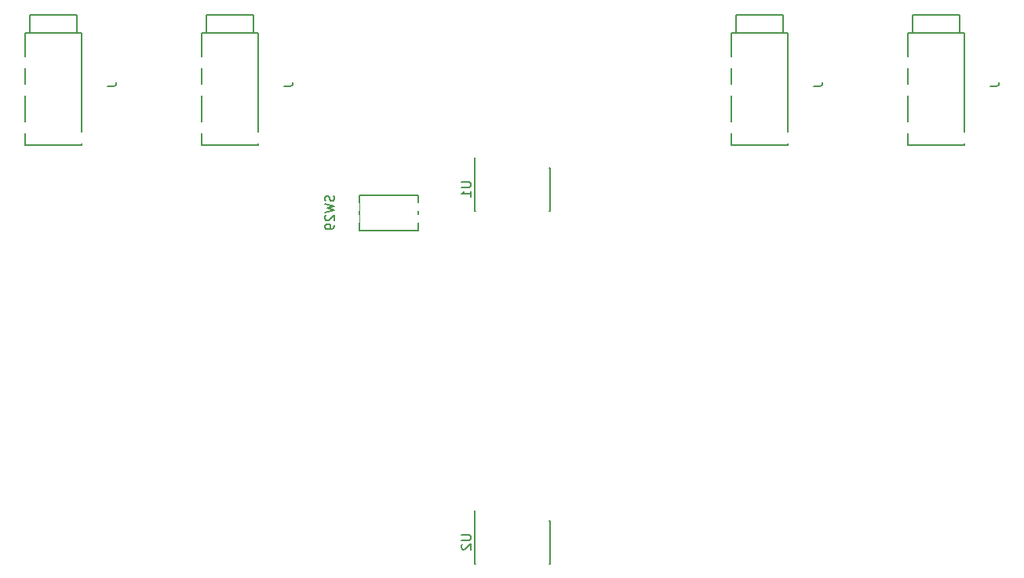
<source format=gbo>
G04 #@! TF.GenerationSoftware,KiCad,Pcbnew,5.0.2-bee76a0~70~ubuntu18.04.1*
G04 #@! TF.CreationDate,2018-12-19T03:46:31+09:00*
G04 #@! TF.ProjectId,modulo-ergo42,6d6f6475-6c6f-42d6-9572-676f34322e6b,rev?*
G04 #@! TF.SameCoordinates,Original*
G04 #@! TF.FileFunction,Legend,Bot*
G04 #@! TF.FilePolarity,Positive*
%FSLAX46Y46*%
G04 Gerber Fmt 4.6, Leading zero omitted, Abs format (unit mm)*
G04 Created by KiCad (PCBNEW 5.0.2-bee76a0~70~ubuntu18.04.1) date 2018年12月19日 03時46分31秒*
%MOMM*%
%LPD*%
G01*
G04 APERTURE LIST*
%ADD10C,0.150000*%
%ADD11R,2.102000X2.602000*%
%ADD12C,3.102000*%
%ADD13C,1.803800*%
%ADD14C,4.089800*%
%ADD15C,1.626000*%
%ADD16R,0.502000X1.202000*%
%ADD17R,1.372000X0.862000*%
%ADD18R,2.602000X2.102000*%
%ADD19R,2.102000X1.302000*%
%ADD20C,1.052000*%
G04 APERTURE END LIST*
D10*
G04 #@! TO.C,U2*
X127215000Y-88480000D02*
X127215000Y-93130000D01*
X119115000Y-87405000D02*
X119115000Y-93130000D01*
X127215000Y-88480000D02*
X127190000Y-88480000D01*
X127215000Y-93130000D02*
X127190000Y-93130000D01*
X119165000Y-93130000D02*
X119190000Y-93130000D01*
G04 #@! TO.C,SW29*
X106680000Y-57150000D02*
X113030000Y-57150000D01*
X106680000Y-53340000D02*
X106680000Y-57150000D01*
X113030000Y-53340000D02*
X106680000Y-53340000D01*
X113030000Y-57150000D02*
X113030000Y-53340000D01*
G04 #@! TO.C,U1*
X127215000Y-50380000D02*
X127215000Y-55030000D01*
X119115000Y-49305000D02*
X119115000Y-55030000D01*
X127215000Y-50380000D02*
X127190000Y-50380000D01*
X127215000Y-55030000D02*
X127190000Y-55030000D01*
X119165000Y-55030000D02*
X119190000Y-55030000D01*
G04 #@! TO.C,J1*
X76200000Y-33860000D02*
X76200000Y-35860000D01*
X71120000Y-33860000D02*
X76200000Y-33860000D01*
X71120000Y-35860000D02*
X71120000Y-33860000D01*
X76710000Y-35860000D02*
X70610000Y-35860000D01*
X76710000Y-47960000D02*
X76710000Y-35860000D01*
X70610000Y-47960000D02*
X76710000Y-47960000D01*
X70610000Y-35860000D02*
X70610000Y-47960000D01*
G04 #@! TO.C,J3*
X95250000Y-33860000D02*
X95250000Y-35860000D01*
X90170000Y-33860000D02*
X95250000Y-33860000D01*
X90170000Y-35860000D02*
X90170000Y-33860000D01*
X95760000Y-35860000D02*
X89660000Y-35860000D01*
X95760000Y-47960000D02*
X95760000Y-35860000D01*
X89660000Y-47960000D02*
X95760000Y-47960000D01*
X89660000Y-35860000D02*
X89660000Y-47960000D01*
G04 #@! TO.C,J4*
X152400000Y-33860000D02*
X152400000Y-35860000D01*
X147320000Y-33860000D02*
X152400000Y-33860000D01*
X147320000Y-35860000D02*
X147320000Y-33860000D01*
X152910000Y-35860000D02*
X146810000Y-35860000D01*
X152910000Y-47960000D02*
X152910000Y-35860000D01*
X146810000Y-47960000D02*
X152910000Y-47960000D01*
X146810000Y-35860000D02*
X146810000Y-47960000D01*
G04 #@! TO.C,J2*
X171450000Y-33860000D02*
X171450000Y-35860000D01*
X166370000Y-33860000D02*
X171450000Y-33860000D01*
X166370000Y-35860000D02*
X166370000Y-33860000D01*
X171960000Y-35860000D02*
X165860000Y-35860000D01*
X171960000Y-47960000D02*
X171960000Y-35860000D01*
X165860000Y-47960000D02*
X171960000Y-47960000D01*
X165860000Y-35860000D02*
X165860000Y-47960000D01*
G04 #@! TO.C,U2*
X117692380Y-90043095D02*
X118501904Y-90043095D01*
X118597142Y-90090714D01*
X118644761Y-90138333D01*
X118692380Y-90233571D01*
X118692380Y-90424047D01*
X118644761Y-90519285D01*
X118597142Y-90566904D01*
X118501904Y-90614523D01*
X117692380Y-90614523D01*
X117787619Y-91043095D02*
X117740000Y-91090714D01*
X117692380Y-91185952D01*
X117692380Y-91424047D01*
X117740000Y-91519285D01*
X117787619Y-91566904D01*
X117882857Y-91614523D01*
X117978095Y-91614523D01*
X118120952Y-91566904D01*
X118692380Y-90995476D01*
X118692380Y-91614523D01*
G04 #@! TO.C,SW29*
X103909761Y-53435476D02*
X103957380Y-53578333D01*
X103957380Y-53816428D01*
X103909761Y-53911666D01*
X103862142Y-53959285D01*
X103766904Y-54006904D01*
X103671666Y-54006904D01*
X103576428Y-53959285D01*
X103528809Y-53911666D01*
X103481190Y-53816428D01*
X103433571Y-53625952D01*
X103385952Y-53530714D01*
X103338333Y-53483095D01*
X103243095Y-53435476D01*
X103147857Y-53435476D01*
X103052619Y-53483095D01*
X103005000Y-53530714D01*
X102957380Y-53625952D01*
X102957380Y-53864047D01*
X103005000Y-54006904D01*
X102957380Y-54340238D02*
X103957380Y-54578333D01*
X103243095Y-54768809D01*
X103957380Y-54959285D01*
X102957380Y-55197380D01*
X103052619Y-55530714D02*
X103005000Y-55578333D01*
X102957380Y-55673571D01*
X102957380Y-55911666D01*
X103005000Y-56006904D01*
X103052619Y-56054523D01*
X103147857Y-56102142D01*
X103243095Y-56102142D01*
X103385952Y-56054523D01*
X103957380Y-55483095D01*
X103957380Y-56102142D01*
X103957380Y-56578333D02*
X103957380Y-56768809D01*
X103909761Y-56864047D01*
X103862142Y-56911666D01*
X103719285Y-57006904D01*
X103528809Y-57054523D01*
X103147857Y-57054523D01*
X103052619Y-57006904D01*
X103005000Y-56959285D01*
X102957380Y-56864047D01*
X102957380Y-56673571D01*
X103005000Y-56578333D01*
X103052619Y-56530714D01*
X103147857Y-56483095D01*
X103385952Y-56483095D01*
X103481190Y-56530714D01*
X103528809Y-56578333D01*
X103576428Y-56673571D01*
X103576428Y-56864047D01*
X103528809Y-56959285D01*
X103481190Y-57006904D01*
X103385952Y-57054523D01*
G04 #@! TO.C,U1*
X117692380Y-51943095D02*
X118501904Y-51943095D01*
X118597142Y-51990714D01*
X118644761Y-52038333D01*
X118692380Y-52133571D01*
X118692380Y-52324047D01*
X118644761Y-52419285D01*
X118597142Y-52466904D01*
X118501904Y-52514523D01*
X117692380Y-52514523D01*
X118692380Y-53514523D02*
X118692380Y-52943095D01*
X118692380Y-53228809D02*
X117692380Y-53228809D01*
X117835238Y-53133571D01*
X117930476Y-53038333D01*
X117978095Y-52943095D01*
G04 #@! TO.C,J1*
X79462380Y-41576666D02*
X80176666Y-41576666D01*
X80319523Y-41529047D01*
X80414761Y-41433809D01*
X80462380Y-41290952D01*
X80462380Y-41195714D01*
X80462380Y-42576666D02*
X80462380Y-42005238D01*
X80462380Y-42290952D02*
X79462380Y-42290952D01*
X79605238Y-42195714D01*
X79700476Y-42100476D01*
X79748095Y-42005238D01*
G04 #@! TO.C,J3*
X98512380Y-41576666D02*
X99226666Y-41576666D01*
X99369523Y-41529047D01*
X99464761Y-41433809D01*
X99512380Y-41290952D01*
X99512380Y-41195714D01*
X98512380Y-41957619D02*
X98512380Y-42576666D01*
X98893333Y-42243333D01*
X98893333Y-42386190D01*
X98940952Y-42481428D01*
X98988571Y-42529047D01*
X99083809Y-42576666D01*
X99321904Y-42576666D01*
X99417142Y-42529047D01*
X99464761Y-42481428D01*
X99512380Y-42386190D01*
X99512380Y-42100476D01*
X99464761Y-42005238D01*
X99417142Y-41957619D01*
G04 #@! TO.C,J4*
X155662380Y-41576666D02*
X156376666Y-41576666D01*
X156519523Y-41529047D01*
X156614761Y-41433809D01*
X156662380Y-41290952D01*
X156662380Y-41195714D01*
X155995714Y-42481428D02*
X156662380Y-42481428D01*
X155614761Y-42243333D02*
X156329047Y-42005238D01*
X156329047Y-42624285D01*
G04 #@! TO.C,J2*
X174712380Y-41576666D02*
X175426666Y-41576666D01*
X175569523Y-41529047D01*
X175664761Y-41433809D01*
X175712380Y-41290952D01*
X175712380Y-41195714D01*
X174807619Y-42005238D02*
X174760000Y-42052857D01*
X174712380Y-42148095D01*
X174712380Y-42386190D01*
X174760000Y-42481428D01*
X174807619Y-42529047D01*
X174902857Y-42576666D01*
X174998095Y-42576666D01*
X175140952Y-42529047D01*
X175712380Y-41957619D01*
X175712380Y-42576666D01*
G04 #@! TD*
%LPC*%
D11*
G04 #@! TO.C,SW13*
X115670000Y-43180000D03*
X129440000Y-40640000D03*
D12*
X125730000Y-40640000D03*
X119380000Y-43180000D03*
D13*
X128270000Y-45720000D03*
X118110000Y-45720000D03*
D14*
X123190000Y-45720000D03*
G04 #@! TD*
D15*
G04 #@! TO.C,*
X56769000Y-55245000D03*
G04 #@! TD*
G04 #@! TO.C,*
X56769000Y-93345000D03*
G04 #@! TD*
G04 #@! TO.C,*
X189611000Y-93345000D03*
G04 #@! TD*
G04 #@! TO.C,*
X189611000Y-55245000D03*
G04 #@! TD*
G04 #@! TO.C,*
X142240000Y-36449000D03*
G04 #@! TD*
G04 #@! TO.C,*
X104140000Y-36449000D03*
G04 #@! TD*
G04 #@! TO.C,*
X56769000Y-36449000D03*
G04 #@! TD*
G04 #@! TO.C,*
X56769000Y-112141000D03*
G04 #@! TD*
G04 #@! TO.C,*
X104140000Y-112141000D03*
G04 #@! TD*
G04 #@! TO.C,*
X142240000Y-112141000D03*
G04 #@! TD*
G04 #@! TO.C,*
X189611000Y-112141000D03*
G04 #@! TD*
G04 #@! TO.C,*
X189611000Y-36449000D03*
G04 #@! TD*
G04 #@! TO.C,*
X94615000Y-74295000D03*
G04 #@! TD*
G04 #@! TO.C,*
X151765000Y-74295000D03*
G04 #@! TD*
D16*
G04 #@! TO.C,U2*
X119615000Y-93655000D03*
X120265000Y-93655000D03*
X120915000Y-93655000D03*
X121565000Y-93655000D03*
X122215000Y-93655000D03*
X122865000Y-93655000D03*
X123515000Y-93655000D03*
X124165000Y-93655000D03*
X124815000Y-93655000D03*
X125465000Y-93655000D03*
X126115000Y-93655000D03*
X126765000Y-93655000D03*
X126765000Y-87955000D03*
X126115000Y-87955000D03*
X125465000Y-87955000D03*
X124815000Y-87955000D03*
X124165000Y-87955000D03*
X123515000Y-87955000D03*
X122865000Y-87955000D03*
X122215000Y-87955000D03*
X121565000Y-87955000D03*
X120915000Y-87955000D03*
X120265000Y-87955000D03*
X119615000Y-87955000D03*
G04 #@! TD*
D17*
G04 #@! TO.C,SW29*
X106045000Y-54610000D03*
X106045000Y-55880000D03*
X113665000Y-55880000D03*
X113665000Y-54610000D03*
G04 #@! TD*
D18*
G04 #@! TO.C,SW28*
X182880000Y-95350000D03*
X185420000Y-109120000D03*
D12*
X185420000Y-105410000D03*
X182880000Y-99060000D03*
D13*
X180340000Y-107950000D03*
X180340000Y-97790000D03*
D14*
X180340000Y-102870000D03*
G04 #@! TD*
D18*
G04 #@! TO.C,SW27*
X177800000Y-91340000D03*
X175260000Y-77570000D03*
D12*
X175260000Y-81280000D03*
X177800000Y-87630000D03*
D13*
X180340000Y-78740000D03*
X180340000Y-88900000D03*
D14*
X180340000Y-83820000D03*
G04 #@! TD*
D18*
G04 #@! TO.C,SW26*
X177800000Y-72290000D03*
X175260000Y-58520000D03*
D12*
X175260000Y-62230000D03*
X177800000Y-68580000D03*
D13*
X180340000Y-59690000D03*
X180340000Y-69850000D03*
D14*
X180340000Y-64770000D03*
G04 #@! TD*
D18*
G04 #@! TO.C,SW25*
X177800000Y-53240000D03*
X175260000Y-39470000D03*
D12*
X175260000Y-43180000D03*
X177800000Y-49530000D03*
D13*
X180340000Y-40640000D03*
X180340000Y-50800000D03*
D14*
X180340000Y-45720000D03*
G04 #@! TD*
D11*
G04 #@! TO.C,SW24*
X153770000Y-100330000D03*
X167540000Y-97790000D03*
D12*
X163830000Y-97790000D03*
X157480000Y-100330000D03*
D13*
X166370000Y-102870000D03*
X156210000Y-102870000D03*
D14*
X161290000Y-102870000D03*
G04 #@! TD*
D11*
G04 #@! TO.C,SW23*
X153770000Y-81280000D03*
X167540000Y-78740000D03*
D12*
X163830000Y-78740000D03*
X157480000Y-81280000D03*
D13*
X166370000Y-83820000D03*
X156210000Y-83820000D03*
D14*
X161290000Y-83820000D03*
G04 #@! TD*
D11*
G04 #@! TO.C,SW22*
X153770000Y-62230000D03*
X167540000Y-59690000D03*
D12*
X163830000Y-59690000D03*
X157480000Y-62230000D03*
D13*
X166370000Y-64770000D03*
X156210000Y-64770000D03*
D14*
X161290000Y-64770000D03*
G04 #@! TD*
D18*
G04 #@! TO.C,SW21*
X158750000Y-53240000D03*
X156210000Y-39470000D03*
D12*
X156210000Y-43180000D03*
X158750000Y-49530000D03*
D13*
X161290000Y-40640000D03*
X161290000Y-50800000D03*
D14*
X161290000Y-45720000D03*
G04 #@! TD*
D11*
G04 #@! TO.C,SW20*
X134720000Y-100330000D03*
X148490000Y-97790000D03*
D12*
X144780000Y-97790000D03*
X138430000Y-100330000D03*
D13*
X147320000Y-102870000D03*
X137160000Y-102870000D03*
D14*
X142240000Y-102870000D03*
G04 #@! TD*
D11*
G04 #@! TO.C,SW19*
X134720000Y-81280000D03*
X148490000Y-78740000D03*
D12*
X144780000Y-78740000D03*
X138430000Y-81280000D03*
D13*
X147320000Y-83820000D03*
X137160000Y-83820000D03*
D14*
X142240000Y-83820000D03*
G04 #@! TD*
D11*
G04 #@! TO.C,SW18*
X134720000Y-62230000D03*
X148490000Y-59690000D03*
D12*
X144780000Y-59690000D03*
X138430000Y-62230000D03*
D13*
X147320000Y-64770000D03*
X137160000Y-64770000D03*
D14*
X142240000Y-64770000D03*
G04 #@! TD*
D18*
G04 #@! TO.C,SW17*
X139700000Y-53240000D03*
X137160000Y-39470000D03*
D12*
X137160000Y-43180000D03*
X139700000Y-49530000D03*
D13*
X142240000Y-40640000D03*
X142240000Y-50800000D03*
D14*
X142240000Y-45720000D03*
G04 #@! TD*
D11*
G04 #@! TO.C,SW16*
X115670000Y-100330000D03*
X129440000Y-97790000D03*
D12*
X125730000Y-97790000D03*
X119380000Y-100330000D03*
D13*
X128270000Y-102870000D03*
X118110000Y-102870000D03*
D14*
X123190000Y-102870000D03*
G04 #@! TD*
D11*
G04 #@! TO.C,SW15*
X115670000Y-81280000D03*
X129440000Y-78740000D03*
D12*
X125730000Y-78740000D03*
X119380000Y-81280000D03*
D13*
X128270000Y-83820000D03*
X118110000Y-83820000D03*
D14*
X123190000Y-83820000D03*
G04 #@! TD*
D11*
G04 #@! TO.C,SW14*
X115670000Y-62230000D03*
X129440000Y-59690000D03*
D12*
X125730000Y-59690000D03*
X119380000Y-62230000D03*
D13*
X128270000Y-64770000D03*
X118110000Y-64770000D03*
D14*
X123190000Y-64770000D03*
G04 #@! TD*
D11*
G04 #@! TO.C,SW12*
X96620000Y-100330000D03*
X110390000Y-97790000D03*
D12*
X106680000Y-97790000D03*
X100330000Y-100330000D03*
D13*
X109220000Y-102870000D03*
X99060000Y-102870000D03*
D14*
X104140000Y-102870000D03*
G04 #@! TD*
D11*
G04 #@! TO.C,SW11*
X96620000Y-81280000D03*
X110390000Y-78740000D03*
D12*
X106680000Y-78740000D03*
X100330000Y-81280000D03*
D13*
X109220000Y-83820000D03*
X99060000Y-83820000D03*
D14*
X104140000Y-83820000D03*
G04 #@! TD*
D11*
G04 #@! TO.C,SW10*
X96620000Y-62230000D03*
X110390000Y-59690000D03*
D12*
X106680000Y-59690000D03*
X100330000Y-62230000D03*
D13*
X109220000Y-64770000D03*
X99060000Y-64770000D03*
D14*
X104140000Y-64770000D03*
G04 #@! TD*
D18*
G04 #@! TO.C,SW9*
X101600000Y-53240000D03*
X99060000Y-39470000D03*
D12*
X99060000Y-43180000D03*
X101600000Y-49530000D03*
D13*
X104140000Y-40640000D03*
X104140000Y-50800000D03*
D14*
X104140000Y-45720000D03*
G04 #@! TD*
D11*
G04 #@! TO.C,SW8*
X77570000Y-100330000D03*
X91340000Y-97790000D03*
D12*
X87630000Y-97790000D03*
X81280000Y-100330000D03*
D13*
X90170000Y-102870000D03*
X80010000Y-102870000D03*
D14*
X85090000Y-102870000D03*
G04 #@! TD*
D18*
G04 #@! TO.C,SW4*
X68580000Y-95350000D03*
X71120000Y-109120000D03*
D12*
X71120000Y-105410000D03*
X68580000Y-99060000D03*
D13*
X66040000Y-107950000D03*
X66040000Y-97790000D03*
D14*
X66040000Y-102870000D03*
G04 #@! TD*
D18*
G04 #@! TO.C,SW3*
X68580000Y-76300000D03*
X71120000Y-90070000D03*
D12*
X71120000Y-86360000D03*
X68580000Y-80010000D03*
D13*
X66040000Y-88900000D03*
X66040000Y-78740000D03*
D14*
X66040000Y-83820000D03*
G04 #@! TD*
D18*
G04 #@! TO.C,SW2*
X68580000Y-57250000D03*
X71120000Y-71020000D03*
D12*
X71120000Y-67310000D03*
X68580000Y-60960000D03*
D13*
X66040000Y-69850000D03*
X66040000Y-59690000D03*
D14*
X66040000Y-64770000D03*
G04 #@! TD*
D18*
G04 #@! TO.C,SW1*
X63500000Y-53240000D03*
X60960000Y-39470000D03*
D12*
X60960000Y-43180000D03*
X63500000Y-49530000D03*
D13*
X66040000Y-40640000D03*
X66040000Y-50800000D03*
D14*
X66040000Y-45720000D03*
G04 #@! TD*
D18*
G04 #@! TO.C,SW5*
X82550000Y-53240000D03*
X80010000Y-39470000D03*
D12*
X80010000Y-43180000D03*
X82550000Y-49530000D03*
D13*
X85090000Y-40640000D03*
X85090000Y-50800000D03*
D14*
X85090000Y-45720000D03*
G04 #@! TD*
D16*
G04 #@! TO.C,U1*
X119615000Y-55555000D03*
X120265000Y-55555000D03*
X120915000Y-55555000D03*
X121565000Y-55555000D03*
X122215000Y-55555000D03*
X122865000Y-55555000D03*
X123515000Y-55555000D03*
X124165000Y-55555000D03*
X124815000Y-55555000D03*
X125465000Y-55555000D03*
X126115000Y-55555000D03*
X126765000Y-55555000D03*
X126765000Y-49855000D03*
X126115000Y-49855000D03*
X125465000Y-49855000D03*
X124815000Y-49855000D03*
X124165000Y-49855000D03*
X123515000Y-49855000D03*
X122865000Y-49855000D03*
X122215000Y-49855000D03*
X121565000Y-49855000D03*
X120915000Y-49855000D03*
X120265000Y-49855000D03*
X119615000Y-49855000D03*
G04 #@! TD*
D11*
G04 #@! TO.C,SW7*
X77570000Y-81280000D03*
X91340000Y-78740000D03*
D12*
X87630000Y-78740000D03*
X81280000Y-81280000D03*
D13*
X90170000Y-83820000D03*
X80010000Y-83820000D03*
D14*
X85090000Y-83820000D03*
G04 #@! TD*
D11*
G04 #@! TO.C,SW6*
X77570000Y-62230000D03*
X91340000Y-59690000D03*
D12*
X87630000Y-59690000D03*
X81280000Y-62230000D03*
D13*
X90170000Y-64770000D03*
X80010000Y-64770000D03*
D14*
X85090000Y-64770000D03*
G04 #@! TD*
D19*
G04 #@! TO.C,J1*
X69760000Y-39060000D03*
X69760000Y-42060000D03*
X69760000Y-46060000D03*
X77560000Y-47160000D03*
D20*
X73660000Y-44460000D03*
X73660000Y-37460000D03*
G04 #@! TD*
D19*
G04 #@! TO.C,J3*
X88810000Y-39060000D03*
X88810000Y-42060000D03*
X88810000Y-46060000D03*
X96610000Y-47160000D03*
D20*
X92710000Y-44460000D03*
X92710000Y-37460000D03*
G04 #@! TD*
D19*
G04 #@! TO.C,J4*
X145960000Y-39060000D03*
X145960000Y-42060000D03*
X145960000Y-46060000D03*
X153760000Y-47160000D03*
D20*
X149860000Y-44460000D03*
X149860000Y-37460000D03*
G04 #@! TD*
D19*
G04 #@! TO.C,J2*
X165010000Y-39060000D03*
X165010000Y-42060000D03*
X165010000Y-46060000D03*
X172810000Y-47160000D03*
D20*
X168910000Y-44460000D03*
X168910000Y-37460000D03*
G04 #@! TD*
M02*

</source>
